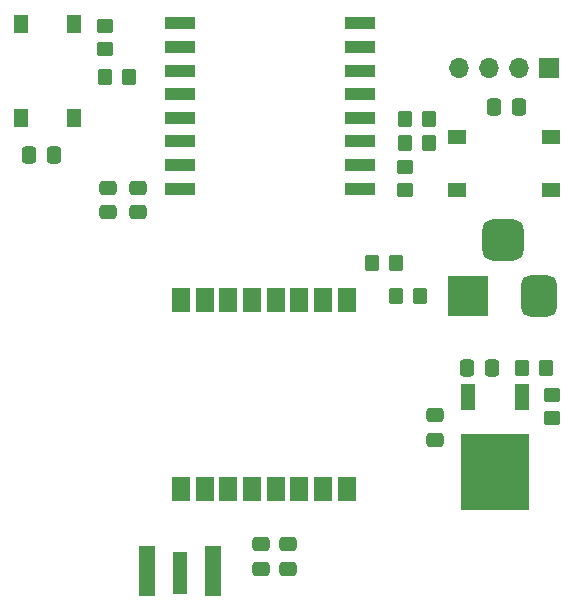
<source format=gts>
G04 #@! TF.GenerationSoftware,KiCad,Pcbnew,6.0.10*
G04 #@! TF.CreationDate,2023-04-28T22:54:55-05:00*
G04 #@! TF.ProjectId,base,62617365-2e6b-4696-9361-645f70636258,rev?*
G04 #@! TF.SameCoordinates,Original*
G04 #@! TF.FileFunction,Soldermask,Top*
G04 #@! TF.FilePolarity,Negative*
%FSLAX46Y46*%
G04 Gerber Fmt 4.6, Leading zero omitted, Abs format (unit mm)*
G04 Created by KiCad (PCBNEW 6.0.10) date 2023-04-28 22:54:55*
%MOMM*%
%LPD*%
G01*
G04 APERTURE LIST*
G04 Aperture macros list*
%AMRoundRect*
0 Rectangle with rounded corners*
0 $1 Rounding radius*
0 $2 $3 $4 $5 $6 $7 $8 $9 X,Y pos of 4 corners*
0 Add a 4 corners polygon primitive as box body*
4,1,4,$2,$3,$4,$5,$6,$7,$8,$9,$2,$3,0*
0 Add four circle primitives for the rounded corners*
1,1,$1+$1,$2,$3*
1,1,$1+$1,$4,$5*
1,1,$1+$1,$6,$7*
1,1,$1+$1,$8,$9*
0 Add four rect primitives between the rounded corners*
20,1,$1+$1,$2,$3,$4,$5,0*
20,1,$1+$1,$4,$5,$6,$7,0*
20,1,$1+$1,$6,$7,$8,$9,0*
20,1,$1+$1,$8,$9,$2,$3,0*%
G04 Aperture macros list end*
%ADD10RoundRect,0.250000X0.350000X0.450000X-0.350000X0.450000X-0.350000X-0.450000X0.350000X-0.450000X0*%
%ADD11RoundRect,0.250000X0.337500X0.475000X-0.337500X0.475000X-0.337500X-0.475000X0.337500X-0.475000X0*%
%ADD12RoundRect,0.250000X0.475000X-0.337500X0.475000X0.337500X-0.475000X0.337500X-0.475000X-0.337500X0*%
%ADD13RoundRect,0.250000X-0.337500X-0.475000X0.337500X-0.475000X0.337500X0.475000X-0.337500X0.475000X0*%
%ADD14R,1.700000X1.700000*%
%ADD15O,1.700000X1.700000*%
%ADD16R,1.550000X1.300000*%
%ADD17R,1.300000X1.550000*%
%ADD18RoundRect,0.250000X-0.350000X-0.450000X0.350000X-0.450000X0.350000X0.450000X-0.350000X0.450000X0*%
%ADD19RoundRect,0.250000X-0.450000X0.350000X-0.450000X-0.350000X0.450000X-0.350000X0.450000X0.350000X0*%
%ADD20R,1.270000X3.600000*%
%ADD21R,1.350000X4.200000*%
%ADD22RoundRect,0.250000X0.450000X-0.350000X0.450000X0.350000X-0.450000X0.350000X-0.450000X-0.350000X0*%
%ADD23R,1.500000X2.000000*%
%ADD24R,1.200000X2.200000*%
%ADD25R,5.800000X6.400000*%
%ADD26R,3.500000X3.500000*%
%ADD27RoundRect,0.750000X0.750000X1.000000X-0.750000X1.000000X-0.750000X-1.000000X0.750000X-1.000000X0*%
%ADD28RoundRect,0.875000X0.875000X0.875000X-0.875000X0.875000X-0.875000X-0.875000X0.875000X-0.875000X0*%
%ADD29RoundRect,0.250000X-0.475000X0.337500X-0.475000X-0.337500X0.475000X-0.337500X0.475000X0.337500X0*%
%ADD30R,2.500000X1.000000*%
G04 APERTURE END LIST*
D10*
X159512000Y-110490000D03*
X157512000Y-110490000D03*
D11*
X165608000Y-116586000D03*
X163533000Y-116586000D03*
D12*
X135636000Y-103429500D03*
X135636000Y-101354500D03*
D13*
X126449000Y-98552000D03*
X128524000Y-98552000D03*
D14*
X170434000Y-91186000D03*
D15*
X167894000Y-91186000D03*
X165354000Y-91186000D03*
X162814000Y-91186000D03*
D16*
X170599000Y-97064000D03*
X162649000Y-97064000D03*
X162649000Y-101564000D03*
X170599000Y-101564000D03*
D17*
X125766000Y-87465000D03*
X125766000Y-95415000D03*
X130266000Y-95415000D03*
X130266000Y-87465000D03*
D10*
X160274000Y-95504000D03*
X158274000Y-95504000D03*
D18*
X168180000Y-116586000D03*
X170180000Y-116586000D03*
X132874000Y-91948000D03*
X134874000Y-91948000D03*
D12*
X133096000Y-103429500D03*
X133096000Y-101354500D03*
D19*
X158242000Y-99568000D03*
X158242000Y-101568000D03*
D13*
X165819000Y-94488000D03*
X167894000Y-94488000D03*
D20*
X139192000Y-133967500D03*
D21*
X142017000Y-133767500D03*
X136367000Y-133767500D03*
D22*
X170688000Y-120872000D03*
X170688000Y-118872000D03*
D12*
X146050000Y-133604000D03*
X146050000Y-131529000D03*
D10*
X160274000Y-97536000D03*
X158274000Y-97536000D03*
D22*
X132842000Y-89630000D03*
X132842000Y-87630000D03*
D23*
X139304000Y-126872000D03*
X141304000Y-126872000D03*
X143304000Y-126872000D03*
X145304000Y-126872000D03*
X147304000Y-126872000D03*
X149304000Y-126872000D03*
X151304000Y-126872000D03*
X153304000Y-126872000D03*
X153304000Y-110872000D03*
X151304000Y-110872000D03*
X149304000Y-110872000D03*
X147304000Y-110872000D03*
X145304000Y-110872000D03*
X143304000Y-110872000D03*
X141304000Y-110872000D03*
X139304000Y-110872000D03*
D24*
X168141000Y-119073000D03*
D25*
X165861000Y-125373000D03*
D24*
X163581000Y-119073000D03*
D26*
X163576000Y-110490000D03*
D27*
X169576000Y-110490000D03*
D28*
X166576000Y-105790000D03*
D12*
X148336000Y-133625500D03*
X148336000Y-131550500D03*
D29*
X160782000Y-120628500D03*
X160782000Y-122703500D03*
D10*
X157480000Y-107696000D03*
X155480000Y-107696000D03*
D30*
X139213000Y-87421000D03*
X139213000Y-89421000D03*
X139213000Y-91421000D03*
X139213000Y-93421000D03*
X139213000Y-95421000D03*
X139213000Y-97421000D03*
X139213000Y-99421000D03*
X139213000Y-101421000D03*
X154413000Y-101421000D03*
X154413000Y-99421000D03*
X154413000Y-97421000D03*
X154413000Y-95421000D03*
X154413000Y-93421000D03*
X154413000Y-91421000D03*
X154413000Y-89421000D03*
X154413000Y-87421000D03*
M02*

</source>
